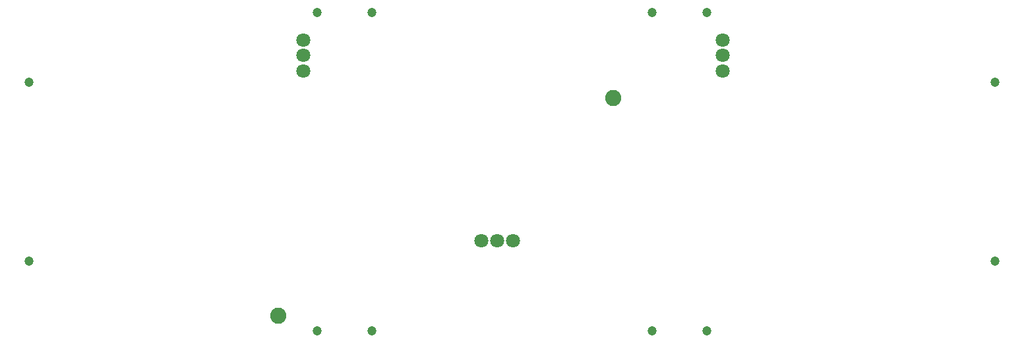
<source format=gbr>
G04 EAGLE Gerber RS-274X export*
G75*
%MOMM*%
%FSLAX34Y34*%
%LPD*%
%INSoldermask Bottom*%
%IPPOS*%
%AMOC8*
5,1,8,0,0,1.08239X$1,22.5*%
G01*
%ADD10C,1.203200*%
%ADD11C,1.803200*%
%ADD12C,2.082800*%


D10*
X30000Y340000D03*
X30000Y110000D03*
X400000Y430000D03*
X400000Y20000D03*
X470000Y430000D03*
X470000Y20000D03*
X830000Y20000D03*
X830000Y430000D03*
X900000Y430000D03*
X900000Y20000D03*
X1270000Y110000D03*
X1270000Y340000D03*
D11*
X382400Y394700D03*
X382400Y374700D03*
X382400Y354700D03*
X611000Y136500D03*
X631000Y136500D03*
X651000Y136500D03*
X920500Y355000D03*
X920500Y375000D03*
X920500Y395000D03*
D12*
X350000Y40000D03*
X780000Y320000D03*
M02*

</source>
